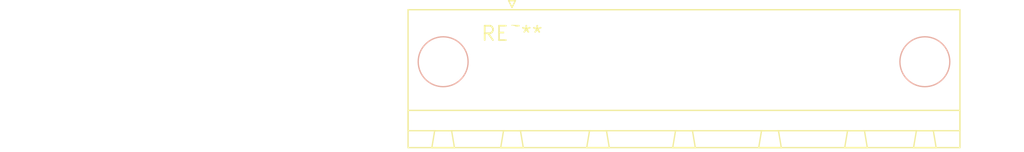
<source format=kicad_pcb>
(kicad_pcb (version 20240108) (generator pcbnew)
  (layers (0 "F.Cu" signal) (31 "B.Cu" signal) (34 "B.Paste" user) (35 "F.Paste" user) (36 "B.SilkS" user "B.Silkscreen") (37 "F.SilkS" user "F.Silkscreen") (38 "B.Mask" user) (39 "F.Mask" user) (44 "Edge.Cuts" user))
  (net 0 "")
  (footprint "PhoenixContact_GMSTB_2,5_5-GF-7,62_1x05_P7.62mm_Horizontal_ThreadedFlange_MountHole" (layer "F.Cu") (at 0 0)
    (property "Reference" "REF**")
    (property "Value" "PhoenixContact_GMSTB_2,5_5-GF-7,62_1x05_P7.62mm_Horizontal_ThreadedFlange_MountHole")
    (fp_circle (center -6.1 2.5) (end -3.89 2.5) (layer "B.SilkS") (stroke (width 0.12)) (fill none))
    (fp_circle (center 36.58 2.5) (end 38.79 2.5) (layer "B.SilkS") (stroke (width 0.12)) (fill none))
    (fp_line (start -9.21 -2.11) (end -9.21 10.11) (layer "F.SilkS") (stroke (width 0.12)))
    (fp_line (start -9.21 6.81) (end 39.69 6.81) (layer "F.SilkS") (stroke (width 0.12)))
    (fp_line (start -9.21 8.61) (end -9.21 6.81) (layer "F.SilkS") (stroke (width 0.12)))
    (fp_line (start -9.21 10.11) (end 39.69 10.11) (layer "F.SilkS") (stroke (width 0.12)))
    (fp_line (start -7.1 10.11) (end -5.1 10.11) (layer "F.SilkS") (stroke (width 0.12)))
    (fp_line (start -6.85 8.61) (end -7.1 10.11) (layer "F.SilkS") (stroke (width 0.12)))
    (fp_line (start -5.35 8.61) (end -6.85 8.61) (layer "F.SilkS") (stroke (width 0.12)))
    (fp_line (start -5.1 10.11) (end -5.35 8.61) (layer "F.SilkS") (stroke (width 0.12)))
    (fp_line (start -1 10.11) (end 1 10.11) (layer "F.SilkS") (stroke (width 0.12)))
    (fp_line (start -0.75 8.61) (end -1 10.11) (layer "F.SilkS") (stroke (width 0.12)))
    (fp_line (start -0.3 -2.91) (end 0.3 -2.91) (layer "F.SilkS") (stroke (width 0.12)))
    (fp_line (start 0 -2.31) (end -0.3 -2.91) (layer "F.SilkS") (stroke (width 0.12)))
    (fp_line (start 0.3 -2.91) (end 0 -2.31) (layer "F.SilkS") (stroke (width 0.12)))
    (fp_line (start 0.75 8.61) (end -0.75 8.61) (layer "F.SilkS") (stroke (width 0.12)))
    (fp_line (start 1 10.11) (end 0.75 8.61) (layer "F.SilkS") (stroke (width 0.12)))
    (fp_line (start 6.62 10.11) (end 8.62 10.11) (layer "F.SilkS") (stroke (width 0.12)))
    (fp_line (start 6.87 8.61) (end 6.62 10.11) (layer "F.SilkS") (stroke (width 0.12)))
    (fp_line (start 8.37 8.61) (end 6.87 8.61) (layer "F.SilkS") (stroke (width 0.12)))
    (fp_line (start 8.62 10.11) (end 8.37 8.61) (layer "F.SilkS") (stroke (width 0.12)))
    (fp_line (start 14.24 10.11) (end 16.24 10.11) (layer "F.SilkS") (stroke (width 0.12)))
    (fp_line (start 14.49 8.61) (end 14.24 10.11) (layer "F.SilkS") (stroke (width 0.12)))
    (fp_line (start 15.99 8.61) (end 14.49 8.61) (layer "F.SilkS") (stroke (width 0.12)))
    (fp_line (start 16.24 10.11) (end 15.99 8.61) (layer "F.SilkS") (stroke (width 0.12)))
    (fp_line (start 21.86 10.11) (end 23.86 10.11) (layer "F.SilkS") (stroke (width 0.12)))
    (fp_line (start 22.11 8.61) (end 21.86 10.11) (layer "F.SilkS") (stroke (width 0.12)))
    (fp_line (start 23.61 8.61) (end 22.11 8.61) (layer "F.SilkS") (stroke (width 0.12)))
    (fp_line (start 23.86 10.11) (end 23.61 8.61) (layer "F.SilkS") (stroke (width 0.12)))
    (fp_line (start 29.48 10.11) (end 31.48 10.11) (layer "F.SilkS") (stroke (width 0.12)))
    (fp_line (start 29.73 8.61) (end 29.48 10.11) (layer "F.SilkS") (stroke (width 0.12)))
    (fp_line (start 31.23 8.61) (end 29.73 8.61) (layer "F.SilkS") (stroke (width 0.12)))
    (fp_line (start 31.48 10.11) (end 31.23 8.61) (layer "F.SilkS") (stroke (width 0.12)))
    (fp_line (start 35.58 10.11) (end 37.58 10.11) (layer "F.SilkS") (stroke (width 0.12)))
    (fp_line (start 35.83 8.61) (end 35.58 10.11) (layer "F.SilkS") (stroke (width 0.12)))
    (fp_line (start 37.33 8.61) (end 35.83 8.61) (layer "F.SilkS") (stroke (width 0.12)))
    (fp_line (start 37.58 10.11) (end 37.33 8.61) (layer "F.SilkS") (stroke (width 0.12)))
    (fp_line (start 39.69 -2.11) (end -9.21 -2.11) (layer "F.SilkS") (stroke (width 0.12)))
    (fp_line (start 39.69 6.81) (end 39.69 8.61) (layer "F.SilkS") (stroke (width 0.12)))
    (fp_line (start 39.69 8.61) (end -9.21 8.61) (layer "F.SilkS") (stroke (width 0.12)))
    (fp_line (start 39.69 10.11) (end 39.69 -2.11) (layer "F.SilkS") (stroke (width 0.12)))
    (pad "" np_thru_hole circle (at -6.1 2.5) (size 2.4 2.4) (drill 2.4) (layers *.Cu *.Mask))
    (pad "" np_thru_hole circle (at 36.58 2.5) (size 2.4 2.4) (drill 2.4) (layers *.Cu *.Mask))
    (pad "1" thru_hole roundrect (at 0 0) (size 2.1 3.6) (drill 1.4) (layers *.Cu *.Mask) (remove_unused_layers) (roundrect_rratio 0.119048))
    (pad "2" thru_hole oval (at 7.62 0) (size 2.1 3.6) (drill 1.4) (layers *.Cu *.Mask) (remove_unused_layers))
    (pad "3" thru_hole oval (at 15.24 0) (size 2.1 3.6) (drill 1.4) (layers *.Cu *.Mask) (remove_unused_layers))
    (pad "4" thru_hole oval (at 22.86 0) (size 2.1 3.6) (drill 1.4) (layers *.Cu *.Mask) (remove_unused_layers))
    (pad "5" thru_hole oval (at 30.48 0) (size 2.1 3.6) (drill 1.4) (layers *.Cu *.Mask) (remove_unused_layers))
  )
)
</source>
